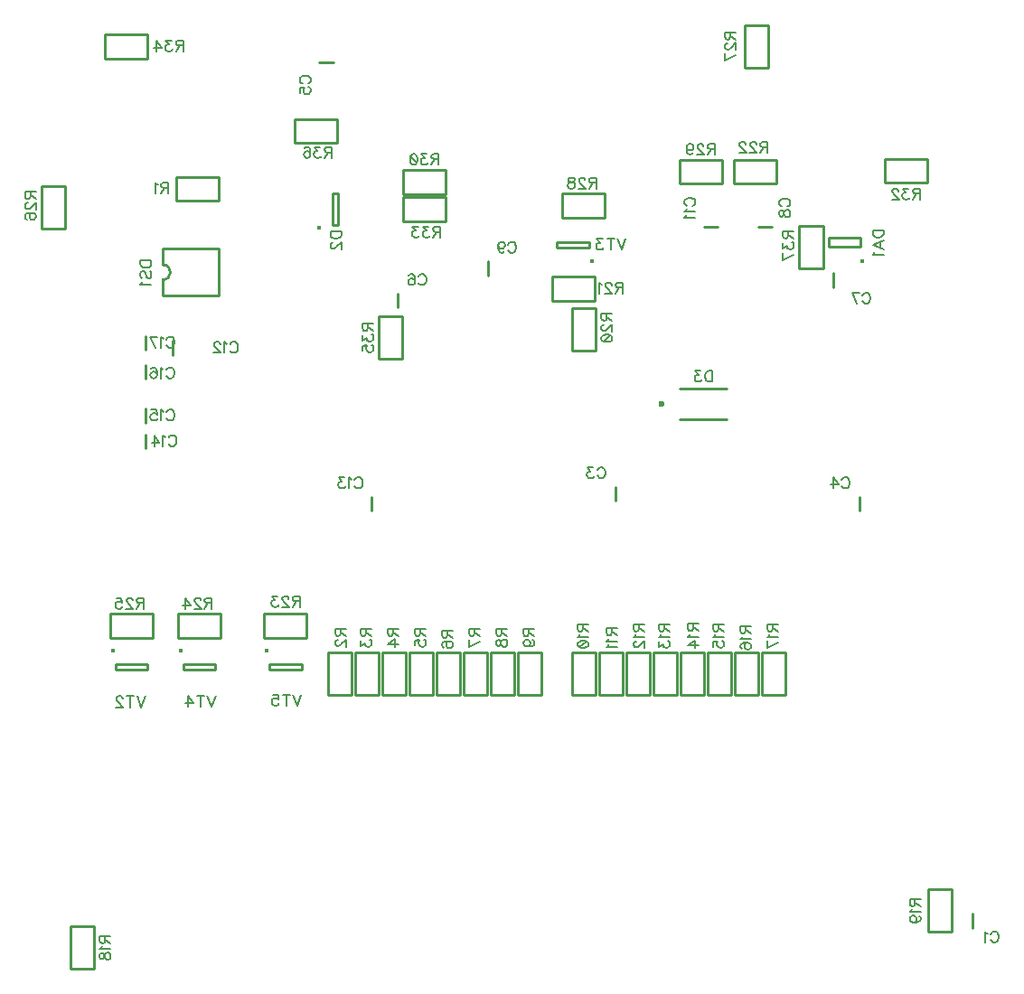
<source format=gbr>
%TF.GenerationSoftware,Novarm,DipTrace,3.3.0.1*%
%TF.CreationDate,2019-03-05T05:51:14+02:00*%
%FSLAX35Y35*%
%MOMM*%
%TF.FileFunction,Legend,Bot*%
%TF.Part,Single*%
%ADD10C,0.25*%
%ADD26O,0.39172X0.39127*%
%ADD28C,0.59992*%
%ADD30O,0.39118X0.39103*%
%ADD45O,0.39127X0.39172*%
%ADD90C,0.15686*%
G75*
G01*
%LPD*%
X11310947Y9987700D2*
D10*
Y9857800D1*
X7964553Y13858300D2*
Y13988200D1*
X10250553Y13763050D2*
Y13892950D1*
X5320950Y17965303D2*
X5191050D1*
X5928823Y15797950D2*
Y15668050D1*
X10008697Y15988450D2*
Y15858550D1*
X9302677Y16421697D2*
X9432577D1*
X6770447Y16099823D2*
Y15969923D1*
X8794173Y16421697D2*
X8924073D1*
X3817447Y15353450D2*
Y15223550D1*
X5678053Y13763050D2*
Y13892950D1*
X3567177Y14350427D2*
Y14480327D1*
Y14588550D2*
Y14718450D1*
Y15001300D2*
Y15131200D1*
Y15271177D2*
Y15401077D1*
D26*
X5186889Y16416644D3*
X5314250Y16440014D2*
D10*
Y16740000D1*
X5364250D1*
Y16440014D1*
X5314250D1*
X8564782Y14619618D2*
X9004699D1*
X8564782Y14909622D2*
X9004699D1*
D28*
X8401239Y14764635D3*
D30*
X10277361Y16103522D3*
X10263994Y16240848D2*
D10*
X9964000D1*
X10263994Y16320834D2*
X9964000D1*
Y16240848D2*
Y16320834D1*
X10263994Y16240848D2*
Y16320834D1*
X3726003Y16217960D2*
X4245997D1*
X3726003Y15778040D2*
X4245997D1*
Y16217960D2*
Y15778040D1*
X3726003Y16217960D2*
Y16068030D1*
Y15927970D2*
Y15778040D1*
Y16068030D2*
G02X3726003Y15927970I-39J-70030D01*
G01*
X3850500Y16669450D2*
X4248000D1*
Y16892050D1*
X3850500D1*
Y16669450D1*
X5271700Y12439500D2*
X5494300D1*
Y12042000D1*
X5271700D1*
Y12439500D1*
X5525700D2*
X5748300D1*
Y12042000D1*
X5525700D1*
Y12439500D1*
X5779700D2*
X6002300D1*
Y12042000D1*
X5779700D1*
Y12439500D1*
X6033700D2*
X6256300D1*
Y12042000D1*
X6033700D1*
Y12439500D1*
X6287700D2*
X6510300D1*
Y12042000D1*
X6287700D1*
Y12439500D1*
X6541700D2*
X6764300D1*
Y12042000D1*
X6541700D1*
Y12439500D1*
X6795700D2*
X7018300D1*
Y12042000D1*
X6795700D1*
Y12439500D1*
X7049700D2*
X7272300D1*
Y12042000D1*
X7049700D1*
Y12439500D1*
X7557700D2*
X7780300D1*
Y12042000D1*
X7557700D1*
Y12439500D1*
X7811700D2*
X8034300D1*
Y12042000D1*
X7811700D1*
Y12439500D1*
X8065700D2*
X8288300D1*
Y12042000D1*
X8065700D1*
Y12439500D1*
X8319700D2*
X8542300D1*
Y12042000D1*
X8319700D1*
Y12439500D1*
X8573700D2*
X8796300D1*
Y12042000D1*
X8573700D1*
Y12439500D1*
X8827700D2*
X9050300D1*
Y12042000D1*
X8827700D1*
Y12439500D1*
X9081700D2*
X9304300D1*
Y12042000D1*
X9081700D1*
Y12439500D1*
X9335700D2*
X9558300D1*
Y12042000D1*
X9335700D1*
Y12439500D1*
X2858700Y9867750D2*
X3081300D1*
Y9470250D1*
X2858700D1*
Y9867750D1*
X10891450Y10217000D2*
X11114050D1*
Y9819500D1*
X10891450D1*
Y10217000D1*
X7780300Y15264127D2*
X7557700D1*
Y15661627D1*
X7780300D1*
Y15264127D1*
X7772500Y15955673D2*
X7375000D1*
Y15733073D1*
X7772500D1*
Y15955673D1*
X9073373Y16828200D2*
X9470873D1*
Y17050800D1*
X9073373D1*
Y16828200D1*
X4676000Y12573700D2*
X5073500D1*
Y12796300D1*
X4676000D1*
Y12573700D1*
X3866373D2*
X4263873D1*
Y12796300D1*
X3866373D1*
Y12573700D1*
X3231377D2*
X3628877D1*
Y12796300D1*
X3231377D1*
Y12573700D1*
X2588827Y16805123D2*
X2811427D1*
Y16407623D1*
X2588827D1*
Y16805123D1*
X9176950Y18313250D2*
X9399550D1*
Y17915750D1*
X9176950D1*
Y18313250D1*
X7470000Y16510700D2*
X7867500D1*
Y16733300D1*
X7470000D1*
Y16510700D1*
X8565377Y16828200D2*
X8962877D1*
Y17050800D1*
X8565377D1*
Y16828200D1*
X5977750Y16732950D2*
X6375250D1*
Y16955550D1*
X5977750D1*
Y16732950D1*
X10488000Y16835700D2*
X10885500D1*
Y17058300D1*
X10488000D1*
Y16835700D1*
X6375750Y16701550D2*
X5978250D1*
Y16478950D1*
X6375750D1*
Y16701550D1*
X3183750Y18002950D2*
X3581250D1*
Y18225550D1*
X3183750D1*
Y18002950D1*
X5747950Y15582750D2*
X5970550D1*
Y15185250D1*
X5747950D1*
Y15582750D1*
X4961750Y17209200D2*
X5359250D1*
Y17431800D1*
X4961750D1*
Y17209200D1*
D45*
X3256770Y12452487D3*
X3280140Y12325127D2*
D10*
X3580127D1*
Y12275126D1*
X3280140D1*
Y12325127D1*
D45*
X7743233Y16104766D3*
X7719863Y16232126D2*
D10*
X7419877D1*
Y16282127D1*
X7719863D1*
Y16232126D1*
D45*
X3895894Y12456111D3*
X3919264Y12328750D2*
D10*
X4219250D1*
Y12278750D1*
X3919264D1*
Y12328750D1*
D45*
X4701394Y12452487D3*
X4724764Y12325127D2*
D10*
X5024750D1*
Y12275126D1*
X4724764D1*
Y12325127D1*
X9909300Y16033627D2*
X9686700D1*
Y16431127D1*
X9909300D1*
Y16033627D1*
X11482401Y9796906D2*
D90*
X11487230Y9806565D1*
X11497001Y9816335D1*
X11506660Y9821165D1*
X11526089D1*
X11535860Y9816335D1*
X11545518Y9806565D1*
X11550460Y9796906D1*
X11555289Y9782306D1*
Y9757935D1*
X11550460Y9743448D1*
X11545518Y9733677D1*
X11535860Y9724018D1*
X11526089Y9719077D1*
X11506660D1*
X11497001Y9724018D1*
X11487230Y9733677D1*
X11482401Y9743448D1*
X11451029Y9801623D2*
X11441258Y9806565D1*
X11426658Y9821052D1*
Y9719077D1*
X7797798Y14146656D2*
X7802628Y14156315D1*
X7812398Y14166085D1*
X7822057Y14170915D1*
X7841486D1*
X7851257Y14166085D1*
X7860915Y14156315D1*
X7865857Y14146656D1*
X7870686Y14132056D1*
Y14107685D1*
X7865857Y14093198D1*
X7860915Y14083427D1*
X7851257Y14073768D1*
X7841486Y14068827D1*
X7822057D1*
X7812398Y14073768D1*
X7802628Y14083427D1*
X7797798Y14093198D1*
X7756655Y14170802D2*
X7703309D1*
X7732397Y14131944D1*
X7717797D1*
X7708138Y14127115D1*
X7703309Y14122285D1*
X7698367Y14107685D1*
Y14098027D1*
X7703309Y14083427D1*
X7712967Y14073656D1*
X7727567Y14068827D1*
X7742167D1*
X7756655Y14073656D1*
X7761484Y14078598D1*
X7766426Y14088256D1*
X10086213Y14051406D2*
X10091042Y14061065D1*
X10100813Y14070835D1*
X10110471Y14075665D1*
X10129901D1*
X10139671Y14070835D1*
X10149330Y14061065D1*
X10154271Y14051406D1*
X10159101Y14036806D1*
Y14012435D1*
X10154271Y13997948D1*
X10149330Y13988177D1*
X10139671Y13978518D1*
X10129901Y13973577D1*
X10110471D1*
X10100813Y13978518D1*
X10091042Y13988177D1*
X10086213Y13997948D1*
X10006211Y13973577D2*
Y14075552D1*
X10054840Y14007606D1*
X9981953D1*
X5032594Y17766799D2*
X5022936Y17771628D1*
X5013165Y17781399D1*
X5008336Y17791057D1*
Y17810486D1*
X5013165Y17820257D1*
X5022936Y17829915D1*
X5032594Y17834857D1*
X5047194Y17839686D1*
X5071565D1*
X5086052Y17834857D1*
X5095823Y17829915D1*
X5105482Y17820257D1*
X5110423Y17810486D1*
Y17791057D1*
X5105482Y17781398D1*
X5095823Y17771628D1*
X5086052Y17766798D1*
X5008448Y17677138D2*
Y17725655D1*
X5052136Y17730484D1*
X5047306Y17725655D1*
X5042365Y17711055D1*
Y17696568D1*
X5047306Y17681968D1*
X5056965Y17672197D1*
X5071565Y17667368D1*
X5081223D1*
X5095823Y17672197D1*
X5105594Y17681968D1*
X5110423Y17696568D1*
Y17711055D1*
X5105594Y17725655D1*
X5100652Y17730484D1*
X5090994Y17735426D1*
X6119651Y15956406D2*
X6124480Y15966065D1*
X6134251Y15975835D1*
X6143909Y15980665D1*
X6163339D1*
X6173109Y15975835D1*
X6182768Y15966065D1*
X6187709Y15956406D1*
X6192539Y15941806D1*
Y15917435D1*
X6187709Y15902948D1*
X6182768Y15893177D1*
X6173109Y15883518D1*
X6163339Y15878577D1*
X6143909D1*
X6134251Y15883518D1*
X6124480Y15893177D1*
X6119651Y15902948D1*
X6029991Y15966065D2*
X6034820Y15975723D1*
X6049420Y15980552D1*
X6059078D1*
X6073678Y15975723D1*
X6083449Y15961123D1*
X6088278Y15936865D1*
Y15912606D1*
X6083449Y15893177D1*
X6073678Y15883406D1*
X6059078Y15878577D1*
X6054249D1*
X6039761Y15883406D1*
X6029991Y15893177D1*
X6025161Y15907777D1*
Y15912606D1*
X6029991Y15927206D1*
X6039761Y15936865D1*
X6054249Y15941694D1*
X6059078D1*
X6073678Y15936865D1*
X6083449Y15927206D1*
X6088278Y15912606D1*
X10281372Y15781783D2*
X10286201Y15791441D1*
X10295972Y15801212D1*
X10305630Y15806041D1*
X10325059D1*
X10334830Y15801212D1*
X10344489Y15791441D1*
X10349430Y15781783D1*
X10354259Y15767183D1*
Y15742812D1*
X10349430Y15728324D1*
X10344489Y15718554D1*
X10334830Y15708895D1*
X10325059Y15703954D1*
X10305630D1*
X10295972Y15708895D1*
X10286201Y15718554D1*
X10281372Y15728324D1*
X10230570Y15703954D2*
X10181941Y15805929D1*
X10249999D1*
X9525221Y16614939D2*
X9515562Y16619768D1*
X9505791Y16629539D1*
X9500962Y16639197D1*
Y16658627D1*
X9505791Y16668397D1*
X9515562Y16678056D1*
X9525221Y16682997D1*
X9539821Y16687827D1*
X9564191D1*
X9578679Y16682997D1*
X9588450Y16678056D1*
X9598108Y16668397D1*
X9603050Y16658627D1*
Y16639197D1*
X9598108Y16629539D1*
X9588450Y16619768D1*
X9578679Y16614939D1*
X9501074Y16559308D2*
X9505904Y16573796D1*
X9515562Y16578737D1*
X9525333D1*
X9534991Y16573796D1*
X9539933Y16564137D1*
X9544762Y16544708D1*
X9549591Y16530108D1*
X9559362Y16520450D1*
X9569021Y16515620D1*
X9583621D1*
X9593279Y16520450D1*
X9598221Y16525279D1*
X9603050Y16539879D1*
Y16559308D1*
X9598221Y16573796D1*
X9593279Y16578737D1*
X9583621Y16583566D1*
X9569021D1*
X9559362Y16578737D1*
X9549591Y16568967D1*
X9544762Y16554479D1*
X9539933Y16535050D1*
X9534991Y16525279D1*
X9525333Y16520450D1*
X9515562D1*
X9505904Y16525279D1*
X9501074Y16539879D1*
Y16559308D1*
X6961330Y16258279D2*
X6966160Y16267938D1*
X6975930Y16277709D1*
X6985589Y16282538D1*
X7005018D1*
X7014789Y16277709D1*
X7024447Y16267938D1*
X7029389Y16258279D1*
X7034218Y16243679D1*
Y16219309D1*
X7029389Y16204821D1*
X7024447Y16195050D1*
X7014789Y16185392D1*
X7005018Y16180450D1*
X6985589D1*
X6975930Y16185392D1*
X6966160Y16195050D1*
X6961330Y16204821D1*
X6866729Y16248509D2*
X6871670Y16233909D1*
X6881329Y16224138D1*
X6895929Y16219309D1*
X6900758D1*
X6915358Y16224138D1*
X6925016Y16233909D1*
X6929958Y16248509D1*
Y16253338D1*
X6925016Y16267938D1*
X6915358Y16277596D1*
X6900758Y16282426D1*
X6895929D1*
X6881329Y16277596D1*
X6871670Y16267938D1*
X6866729Y16248509D1*
Y16224138D1*
X6871670Y16199879D1*
X6881329Y16185279D1*
X6895929Y16180450D1*
X6905587D1*
X6920187Y16185279D1*
X6925016Y16195050D1*
X8635717Y16621023D2*
X8626059Y16625852D1*
X8616288Y16635623D1*
X8611459Y16645281D1*
Y16664711D1*
X8616288Y16674481D1*
X8626059Y16684140D1*
X8635717Y16689081D1*
X8650317Y16693911D1*
X8674688D1*
X8689176Y16689081D1*
X8698947Y16684140D1*
X8708605Y16674481D1*
X8713546Y16664711D1*
Y16645281D1*
X8708605Y16635623D1*
X8698947Y16625852D1*
X8689176Y16621023D1*
X8631000Y16589650D2*
X8626059Y16579880D1*
X8611571Y16565280D1*
X8713547D1*
X8631000Y16533907D2*
X8626059Y16524136D1*
X8611571Y16509537D1*
X8713546D1*
X4356117Y15321406D2*
X4360946Y15331065D1*
X4370717Y15340835D1*
X4380375Y15345665D1*
X4399804D1*
X4409575Y15340835D1*
X4419234Y15331065D1*
X4424175Y15321406D1*
X4429004Y15306806D1*
Y15282435D1*
X4424175Y15267948D1*
X4419234Y15258177D1*
X4409575Y15248518D1*
X4399804Y15243577D1*
X4380375D1*
X4370717Y15248518D1*
X4360946Y15258177D1*
X4356117Y15267948D1*
X4324744Y15326123D2*
X4314973Y15331065D1*
X4300373Y15345552D1*
Y15243577D1*
X4264059Y15321294D2*
Y15326123D1*
X4259230Y15335894D1*
X4254401Y15340723D1*
X4244630Y15345552D1*
X4225201D1*
X4215542Y15340723D1*
X4210713Y15335894D1*
X4205772Y15326123D1*
Y15316465D1*
X4210713Y15306694D1*
X4220372Y15292206D1*
X4269001Y15243577D1*
X4200942D1*
X5523293Y14051406D2*
X5528123Y14061065D1*
X5537893Y14070835D1*
X5547552Y14075665D1*
X5566981D1*
X5576752Y14070835D1*
X5586410Y14061065D1*
X5591352Y14051406D1*
X5596181Y14036806D1*
Y14012435D1*
X5591352Y13997948D1*
X5586410Y13988177D1*
X5576752Y13978518D1*
X5566981Y13973577D1*
X5547552D1*
X5537893Y13978518D1*
X5528123Y13988177D1*
X5523293Y13997948D1*
X5491921Y14056123D2*
X5482150Y14061065D1*
X5467550Y14075552D1*
Y13973577D1*
X5426407Y14075552D2*
X5373061D1*
X5402148Y14036694D1*
X5387548D1*
X5377890Y14031865D1*
X5373061Y14027035D1*
X5368119Y14012435D1*
Y14002777D1*
X5373061Y13988177D1*
X5382719Y13978406D1*
X5397319Y13973577D1*
X5411919D1*
X5426407Y13978406D1*
X5431236Y13983348D1*
X5436177Y13993006D1*
X3779958Y14448283D2*
X3784787Y14457941D1*
X3794558Y14467712D1*
X3804216Y14472541D1*
X3823646D1*
X3833416Y14467712D1*
X3843075Y14457941D1*
X3848016Y14448283D1*
X3852846Y14433683D1*
Y14409312D1*
X3848016Y14394824D1*
X3843075Y14385054D1*
X3833416Y14375395D1*
X3823646Y14370454D1*
X3804216D1*
X3794558Y14375395D1*
X3784787Y14385054D1*
X3779958Y14394824D1*
X3748585Y14453000D2*
X3738815Y14457941D1*
X3724215Y14472429D1*
Y14370454D1*
X3644213D2*
Y14472429D1*
X3692842Y14404483D1*
X3619954D1*
X3761667Y14686406D2*
X3766496Y14696065D1*
X3776267Y14705835D1*
X3785925Y14710665D1*
X3805354D1*
X3815125Y14705835D1*
X3824784Y14696065D1*
X3829725Y14686406D1*
X3834554Y14671806D1*
Y14647435D1*
X3829725Y14632948D1*
X3824784Y14623177D1*
X3815125Y14613518D1*
X3805354Y14608577D1*
X3785925D1*
X3776267Y14613518D1*
X3766496Y14623177D1*
X3761667Y14632948D1*
X3730294Y14691123D2*
X3720523Y14696065D1*
X3705923Y14710552D1*
Y14608577D1*
X3616263Y14710552D2*
X3664780D1*
X3669609Y14666865D1*
X3664780Y14671694D1*
X3650180Y14676635D1*
X3635692D1*
X3621092Y14671694D1*
X3611322Y14662035D1*
X3606492Y14647435D1*
Y14637777D1*
X3611322Y14623177D1*
X3621092Y14613406D1*
X3635692Y14608577D1*
X3650180D1*
X3664780Y14613406D1*
X3669609Y14618348D1*
X3674551Y14628006D1*
X3759196Y15083283D2*
X3764025Y15092941D1*
X3773796Y15102712D1*
X3783454Y15107541D1*
X3802884D1*
X3812654Y15102712D1*
X3822313Y15092941D1*
X3827254Y15083283D1*
X3832084Y15068683D1*
Y15044312D1*
X3827254Y15029824D1*
X3822313Y15020054D1*
X3812654Y15010395D1*
X3802884Y15005454D1*
X3783454D1*
X3773796Y15010395D1*
X3764025Y15020054D1*
X3759196Y15029824D1*
X3727823Y15088000D2*
X3718053Y15092941D1*
X3703453Y15107429D1*
Y15005454D1*
X3613792Y15092941D2*
X3618622Y15102600D1*
X3633222Y15107429D1*
X3642880D1*
X3657480Y15102600D1*
X3667251Y15088000D1*
X3672080Y15063741D1*
Y15039483D1*
X3667251Y15020054D1*
X3657480Y15010283D1*
X3642880Y15005454D1*
X3638051D1*
X3623563Y15010283D1*
X3613792Y15020054D1*
X3608963Y15034654D1*
Y15039483D1*
X3613792Y15054083D1*
X3623563Y15063741D1*
X3638051Y15068571D1*
X3642880D1*
X3657480Y15063741D1*
X3667251Y15054083D1*
X3672080Y15039483D1*
X3761667Y15369033D2*
X3766496Y15378691D1*
X3776267Y15388462D1*
X3785925Y15393291D1*
X3805354D1*
X3815125Y15388462D1*
X3824784Y15378691D1*
X3829725Y15369033D1*
X3834554Y15354433D1*
Y15330062D1*
X3829725Y15315574D1*
X3824784Y15305804D1*
X3815125Y15296145D1*
X3805354Y15291204D1*
X3785925D1*
X3776267Y15296145D1*
X3766496Y15305804D1*
X3761667Y15315574D1*
X3730294Y15373750D2*
X3720523Y15378691D1*
X3705923Y15393179D1*
Y15291204D1*
X3655122D2*
X3606492Y15393179D1*
X3674551D1*
X5295736Y16382412D2*
X5397823Y16382411D1*
Y16348382D1*
X5392882Y16333782D1*
X5383223Y16324011D1*
X5373452Y16319182D1*
X5358965Y16314353D1*
X5334594D1*
X5319994Y16319182D1*
X5310336Y16324012D1*
X5300565Y16333782D1*
X5295736Y16348382D1*
Y16382412D1*
X5320106Y16278039D2*
X5315277D1*
X5305506Y16273210D1*
X5300677Y16268381D1*
X5295848Y16258610D1*
Y16239181D1*
X5300677Y16229522D1*
X5305506Y16224693D1*
X5315277Y16219751D1*
X5324935D1*
X5334706Y16224693D1*
X5349194Y16234351D1*
X5397823Y16282980D1*
Y16214922D1*
X8875235Y15075785D2*
Y14973697D1*
X8841206D1*
X8826606Y14978638D1*
X8816835Y14988297D1*
X8812006Y14998068D1*
X8807176Y15012555D1*
Y15036926D1*
X8812006Y15051526D1*
X8816835Y15061185D1*
X8826606Y15070955D1*
X8841206Y15075785D1*
X8875235D1*
X8766033Y15075672D2*
X8712687D1*
X8741774Y15036814D1*
X8727174D1*
X8717516Y15031985D1*
X8712687Y15027155D1*
X8707745Y15012555D1*
Y15002897D1*
X8712687Y14988297D1*
X8722345Y14978526D1*
X8736945Y14973697D1*
X8751545D1*
X8766033Y14978526D1*
X8770862Y14983468D1*
X8775804Y14993126D1*
X10374919Y16393862D2*
X10477006D1*
Y16359833D1*
X10472065Y16345233D1*
X10462407Y16335462D1*
X10452636Y16330633D1*
X10438148Y16325803D1*
X10413777D1*
X10399177Y16330633D1*
X10389519Y16335462D1*
X10379748Y16345233D1*
X10374919Y16359833D1*
Y16393862D1*
X10477007Y16216602D2*
X10374919Y16255573D1*
X10477006Y16294431D1*
X10442977Y16279831D2*
Y16231202D1*
X10394460Y16185229D2*
X10389519Y16175459D1*
X10375031Y16160859D1*
X10477006D1*
X3516086Y16109616D2*
X3618173D1*
Y16075587D1*
X3613232Y16060987D1*
X3603573Y16051216D1*
X3593802Y16046387D1*
X3579315Y16041558D1*
X3554944D1*
X3540344Y16046387D1*
X3530686Y16051217D1*
X3520915Y16060987D1*
X3516086Y16075587D1*
Y16109616D1*
X3530686Y15942127D2*
X3520915Y15951786D1*
X3516086Y15966386D1*
Y15985815D1*
X3520915Y16000415D1*
X3530686Y16010186D1*
X3540344D1*
X3550115Y16005244D1*
X3554944Y16000415D1*
X3559773Y15990756D1*
X3569544Y15961556D1*
X3574373Y15951786D1*
X3579315Y15946956D1*
X3588973Y15942127D1*
X3603573D1*
X3613232Y15951785D1*
X3618173Y15966385D1*
Y15985815D1*
X3613232Y16000415D1*
X3603573Y16010185D1*
X3535627Y15910755D2*
X3530685Y15900984D1*
X3516198Y15886384D1*
X3618173D1*
X3777774Y16789285D2*
X3734087D1*
X3719487Y16794227D1*
X3714545Y16799056D1*
X3709716Y16808715D1*
Y16818485D1*
X3714545Y16828144D1*
X3719487Y16833085D1*
X3734087Y16837915D1*
X3777774D1*
Y16735827D1*
X3743745Y16789285D2*
X3709716Y16735827D1*
X3678343Y16818373D2*
X3668572Y16823315D1*
X3653972Y16837802D1*
Y16735827D1*
X5390341Y12657868D2*
Y12614180D1*
X5385400Y12599581D1*
X5380571Y12594639D1*
X5370912Y12589810D1*
X5361141D1*
X5351483Y12594639D1*
X5346541Y12599581D1*
X5341712Y12614181D1*
Y12657868D1*
X5443800D1*
X5390341Y12623839D2*
X5443800Y12589810D1*
X5366083Y12553496D2*
X5361254D1*
X5351483Y12548667D1*
X5346654Y12543837D1*
X5341824Y12534067D1*
Y12514637D1*
X5346654Y12504979D1*
X5351483Y12500150D1*
X5361254Y12495208D1*
X5370912D1*
X5380683Y12500150D1*
X5395171Y12509808D1*
X5443800Y12558437D1*
Y12490379D1*
X5628465Y12657868D2*
Y12614180D1*
X5623523Y12599581D1*
X5618694Y12594639D1*
X5609036Y12589810D1*
X5599265D1*
X5589606Y12594639D1*
X5584665Y12599581D1*
X5579836Y12614181D1*
Y12657868D1*
X5681923D1*
X5628465Y12623839D2*
X5681923Y12589810D1*
X5579948Y12548667D2*
Y12495320D1*
X5618806Y12524408D1*
Y12509808D1*
X5623635Y12500150D1*
X5628465Y12495320D1*
X5643065Y12490379D1*
X5652723D1*
X5667323Y12495320D1*
X5677094Y12504979D1*
X5681923Y12519579D1*
Y12534179D1*
X5677094Y12548666D1*
X5672152Y12553496D1*
X5662494Y12558437D1*
X5882465Y12660283D2*
Y12616595D1*
X5877523Y12601995D1*
X5872694Y12597054D1*
X5863036Y12592224D1*
X5853265D1*
X5843606Y12597054D1*
X5838665Y12601995D1*
X5833836Y12616595D1*
Y12660283D1*
X5935923D1*
X5882465Y12626254D2*
X5935923Y12592224D1*
Y12512223D2*
X5833948D1*
X5901894Y12560852D1*
Y12487964D1*
X6136465Y12657868D2*
Y12614180D1*
X6131523Y12599581D1*
X6126694Y12594639D1*
X6117036Y12589810D1*
X6107265D1*
X6097606Y12594639D1*
X6092665Y12599581D1*
X6087836Y12614181D1*
Y12657868D1*
X6189923D1*
X6136465Y12623839D2*
X6189923Y12589810D1*
X6087948Y12500150D2*
Y12548667D1*
X6131636Y12553496D1*
X6126806Y12548667D1*
X6121865Y12534067D1*
Y12519579D1*
X6126806Y12504979D1*
X6136465Y12495208D1*
X6151065Y12490379D1*
X6160723D1*
X6175323Y12495208D1*
X6185094Y12504979D1*
X6189923Y12519579D1*
Y12534066D1*
X6185094Y12548666D1*
X6180152Y12553496D1*
X6170494Y12558437D1*
X6390465Y12639524D2*
Y12595836D1*
X6385523Y12581236D1*
X6380694Y12576295D1*
X6371036Y12571466D1*
X6361265D1*
X6351606Y12576295D1*
X6346665Y12581236D1*
X6341836Y12595836D1*
Y12639524D1*
X6443923D1*
X6390465Y12605495D2*
X6443923Y12571466D1*
X6356435Y12481806D2*
X6346777Y12486635D1*
X6341948Y12501235D1*
Y12510893D1*
X6346777Y12525493D1*
X6361377Y12535264D1*
X6385636Y12540093D1*
X6409894D1*
X6429323Y12535264D1*
X6439094Y12525493D1*
X6443923Y12510893D1*
Y12506064D1*
X6439094Y12491576D1*
X6429323Y12481806D1*
X6414723Y12476976D1*
X6409894D1*
X6395294Y12481806D1*
X6385635Y12491576D1*
X6380806Y12506064D1*
Y12510893D1*
X6385636Y12525493D1*
X6395294Y12535264D1*
X6409894Y12540093D1*
X6644465Y12657868D2*
Y12614180D1*
X6639523Y12599581D1*
X6634694Y12594639D1*
X6625036Y12589810D1*
X6615265D1*
X6605606Y12594639D1*
X6600665Y12599581D1*
X6595836Y12614181D1*
Y12657868D1*
X6697923D1*
X6644465Y12623839D2*
X6697923Y12589810D1*
Y12539008D2*
X6595948Y12490379D1*
Y12558437D1*
X6898465Y12657812D2*
Y12614124D1*
X6893523Y12599524D1*
X6888694Y12594583D1*
X6879036Y12589754D1*
X6869265D1*
X6859606Y12594583D1*
X6854665Y12599524D1*
X6849836Y12614124D1*
Y12657812D1*
X6951923D1*
X6898465Y12623783D2*
X6951923Y12589753D1*
X6849948Y12534123D2*
X6854777Y12548610D1*
X6864436Y12553552D1*
X6874206D1*
X6883865Y12548610D1*
X6888806Y12538952D1*
X6893635Y12519523D1*
X6898465Y12504923D1*
X6908235Y12495264D1*
X6917894Y12490435D1*
X6932494D1*
X6942152Y12495264D1*
X6947094Y12500094D1*
X6951923Y12514693D1*
Y12534123D1*
X6947094Y12548610D1*
X6942152Y12553552D1*
X6932494Y12558381D1*
X6917894D1*
X6908236Y12553552D1*
X6898465Y12543781D1*
X6893635Y12529294D1*
X6888806Y12509864D1*
X6883865Y12500094D1*
X6874206Y12495264D1*
X6864435D1*
X6854777Y12500094D1*
X6849948Y12514694D1*
Y12534123D1*
X7152465Y12655454D2*
Y12611766D1*
X7147523Y12597166D1*
X7142694Y12592224D1*
X7133036Y12587395D1*
X7123265D1*
X7113606Y12592224D1*
X7108665Y12597166D1*
X7103836Y12611766D1*
Y12655454D1*
X7205923Y12655453D1*
X7152465Y12621424D2*
X7205923Y12587395D1*
X7137865Y12492794D2*
X7152465Y12497735D1*
X7162235Y12507394D1*
X7167065Y12521994D1*
Y12526823D1*
X7162236Y12541423D1*
X7152465Y12551081D1*
X7137865Y12556023D1*
X7133036D1*
X7118436Y12551081D1*
X7108777Y12541423D1*
X7103948Y12526823D1*
Y12521994D1*
X7108777Y12507394D1*
X7118435Y12497735D1*
X7137865Y12492794D1*
X7162235D1*
X7186494Y12497735D1*
X7201094Y12507394D1*
X7205923Y12521993D1*
Y12531652D1*
X7201094Y12546252D1*
X7191323Y12551081D1*
X7660465Y12701616D2*
Y12657929D1*
X7655523Y12643329D1*
X7650694Y12638387D1*
X7641036Y12633558D1*
X7631265D1*
X7621606Y12638387D1*
X7616665Y12643329D1*
X7611836Y12657929D1*
Y12701616D1*
X7713923D1*
X7660465Y12667587D2*
X7713923Y12633558D1*
X7631377Y12602186D2*
X7626436Y12592415D1*
X7611948Y12577815D1*
X7713923D1*
X7611948Y12517242D2*
X7616777Y12531842D1*
X7631377Y12541613D1*
X7655636Y12546442D1*
X7670236D1*
X7694494Y12541613D1*
X7709094Y12531842D1*
X7713923Y12517242D1*
Y12507584D1*
X7709094Y12492984D1*
X7694494Y12483325D1*
X7670235Y12478384D1*
X7655635D1*
X7631377Y12483325D1*
X7616777Y12492984D1*
X7611948Y12507584D1*
Y12517242D1*
X7631377Y12483325D2*
X7694494Y12541613D1*
X7930338Y12663896D2*
Y12620208D1*
X7925397Y12605608D1*
X7920567Y12600667D1*
X7910909Y12595838D1*
X7901138D1*
X7891480Y12600667D1*
X7886538Y12605608D1*
X7881709Y12620208D1*
Y12663896D1*
X7983796D1*
X7930338Y12629867D2*
X7983797Y12595837D1*
X7901250Y12564465D2*
X7896309Y12554694D1*
X7881821Y12540094D1*
X7983797D1*
X7901250Y12508722D2*
X7896309Y12498951D1*
X7881821Y12484351D1*
X7983796D1*
X8184338Y12701616D2*
Y12657929D1*
X8179397Y12643329D1*
X8174567Y12638387D1*
X8164909Y12633558D1*
X8155138D1*
X8145480Y12638387D1*
X8140538Y12643329D1*
X8135709Y12657929D1*
Y12701616D1*
X8237796D1*
X8184338Y12667587D2*
X8237796Y12633558D1*
X8155250Y12602186D2*
X8150309Y12592415D1*
X8135821Y12577815D1*
X8237797D1*
X8160080Y12541501D2*
X8155250D1*
X8145480Y12536672D1*
X8140650Y12531842D1*
X8135821Y12522072D1*
Y12502642D1*
X8140650Y12492984D1*
X8145480Y12488155D1*
X8155250Y12483213D1*
X8164909D1*
X8174680Y12488155D1*
X8189167Y12497813D1*
X8237797Y12546442D1*
X8237796Y12478384D1*
X8422465Y12701616D2*
Y12657929D1*
X8417523Y12643329D1*
X8412694Y12638387D1*
X8403036Y12633558D1*
X8393265D1*
X8383606Y12638387D1*
X8378665Y12643329D1*
X8373836Y12657929D1*
Y12701616D1*
X8475923D1*
X8422465Y12667587D2*
X8475923Y12633558D1*
X8393377Y12602186D2*
X8388436Y12592415D1*
X8373948Y12577815D1*
X8475923D1*
X8373948Y12536672D2*
Y12483325D1*
X8412806Y12512413D1*
Y12497813D1*
X8417635Y12488155D1*
X8422465Y12483325D1*
X8437065Y12478384D1*
X8446723D1*
X8461323Y12483325D1*
X8471094Y12492984D1*
X8475923Y12507584D1*
Y12522184D1*
X8471094Y12536671D1*
X8466152Y12541501D1*
X8456494Y12546442D1*
X8692338Y12704031D2*
Y12660343D1*
X8687397Y12645743D1*
X8682567Y12640802D1*
X8672909Y12635973D1*
X8663138D1*
X8653480Y12640802D1*
X8648538Y12645743D1*
X8643709Y12660343D1*
Y12704031D1*
X8745796D1*
X8692338Y12670002D2*
X8745796Y12635973D1*
X8663250Y12604600D2*
X8658309Y12594829D1*
X8643821Y12580229D1*
X8745797D1*
Y12500228D2*
X8643821D1*
X8711767Y12548857D1*
Y12475969D1*
X8930465Y12701616D2*
Y12657929D1*
X8925523Y12643329D1*
X8920694Y12638387D1*
X8911036Y12633558D1*
X8901265D1*
X8891606Y12638387D1*
X8886665Y12643329D1*
X8881836Y12657929D1*
Y12701616D1*
X8983923D1*
X8930465Y12667587D2*
X8983923Y12633558D1*
X8901377Y12602186D2*
X8896436Y12592415D1*
X8881948Y12577815D1*
X8983923D1*
X8881948Y12488155D2*
Y12536672D1*
X8925636Y12541501D1*
X8920806Y12536672D1*
X8915865Y12522072D1*
Y12507584D1*
X8920806Y12492984D1*
X8930465Y12483213D1*
X8945065Y12478384D1*
X8954723D1*
X8969323Y12483213D1*
X8979094Y12492984D1*
X8983923Y12507584D1*
Y12522071D1*
X8979094Y12536671D1*
X8974152Y12541501D1*
X8964494Y12546442D1*
X9184465Y12683269D2*
Y12639581D1*
X9179523Y12624981D1*
X9174694Y12620040D1*
X9165036Y12615211D1*
X9155265D1*
X9145606Y12620040D1*
X9140665Y12624981D1*
X9135836Y12639581D1*
Y12683269D1*
X9237923D1*
X9184465Y12649240D2*
X9237923Y12615211D1*
X9155377Y12583838D2*
X9150436Y12574067D1*
X9135948Y12559467D1*
X9237923D1*
X9150435Y12469807D2*
X9140777Y12474637D1*
X9135948Y12489236D1*
Y12498895D1*
X9140777Y12513495D1*
X9155377Y12523266D1*
X9179636Y12528095D1*
X9203894D1*
X9223323Y12523266D1*
X9233094Y12513495D1*
X9237923Y12498895D1*
Y12494066D1*
X9233094Y12479578D1*
X9223323Y12469807D1*
X9208723Y12464978D1*
X9203894D1*
X9189294Y12469807D1*
X9179635Y12479578D1*
X9174806Y12494066D1*
Y12498895D1*
X9179636Y12513495D1*
X9189294Y12523266D1*
X9203894Y12528095D1*
X9438465Y12701616D2*
Y12657929D1*
X9433523Y12643329D1*
X9428694Y12638387D1*
X9419036Y12633558D1*
X9409265D1*
X9399606Y12638387D1*
X9394665Y12643329D1*
X9389836Y12657929D1*
Y12701616D1*
X9491923D1*
X9438465Y12667587D2*
X9491923Y12633558D1*
X9409377Y12602186D2*
X9404436Y12592415D1*
X9389948Y12577815D1*
X9491923D1*
Y12527013D2*
X9389948Y12478384D1*
Y12546442D1*
X3183715Y9780560D2*
Y9736873D1*
X3178773Y9722273D1*
X3173944Y9717331D1*
X3164286Y9712502D1*
X3154515D1*
X3144856Y9717331D1*
X3139915Y9722273D1*
X3135086Y9736873D1*
Y9780560D1*
X3237173D1*
X3183715Y9746531D2*
X3237173Y9712502D1*
X3154627Y9681129D2*
X3149686Y9671359D1*
X3135198Y9656759D1*
X3237173D1*
X3135198Y9601128D2*
X3140027Y9615615D1*
X3149686Y9620557D1*
X3159456D1*
X3169115Y9615615D1*
X3174056Y9605957D1*
X3178885Y9586528D1*
X3183715Y9571928D1*
X3193485Y9562269D1*
X3203144Y9557440D1*
X3217744D1*
X3227402Y9562269D1*
X3232344Y9567099D1*
X3237173Y9581698D1*
Y9601128D1*
X3232344Y9615615D1*
X3227402Y9620557D1*
X3217744Y9625386D1*
X3203144D1*
X3193486Y9620557D1*
X3183715Y9610786D1*
X3178885Y9596299D1*
X3174056Y9576869D1*
X3169115Y9567099D1*
X3159456Y9562269D1*
X3149685D1*
X3140027Y9567099D1*
X3135198Y9581699D1*
Y9601128D1*
X10771965Y10127452D2*
Y10083764D1*
X10767023Y10069164D1*
X10762194Y10064223D1*
X10752536Y10059393D1*
X10742765D1*
X10733106Y10064223D1*
X10728165Y10069164D1*
X10723336Y10083764D1*
Y10127452D1*
X10825423D1*
X10771965Y10093423D2*
X10825423Y10059393D1*
X10742877Y10028021D2*
X10737936Y10018250D1*
X10723448Y10003650D1*
X10825423D1*
X10757365Y9909049D2*
X10771965Y9913990D1*
X10781735Y9923649D1*
X10786565Y9938249D1*
Y9943078D1*
X10781736Y9957678D1*
X10771965Y9967336D1*
X10757365Y9972278D1*
X10752536D1*
X10737936Y9967336D1*
X10728277Y9957678D1*
X10723448Y9943078D1*
Y9938249D1*
X10728277Y9923649D1*
X10737935Y9913990D1*
X10757365Y9909049D1*
X10781735D1*
X10805994Y9913990D1*
X10820594Y9923649D1*
X10825423Y9938248D1*
Y9947907D1*
X10820594Y9962507D1*
X10810823Y9967336D1*
X7882715Y15612214D2*
Y15568526D1*
X7877773Y15553926D1*
X7872944Y15548984D1*
X7863286Y15544155D1*
X7853515D1*
X7843856Y15548984D1*
X7838915Y15553926D1*
X7834086Y15568526D1*
Y15612214D1*
X7936173D1*
X7882715Y15578184D2*
X7936173Y15544155D1*
X7858456Y15507841D2*
X7853627D1*
X7843856Y15503012D1*
X7839027Y15498183D1*
X7834198Y15488412D1*
Y15468983D1*
X7839027Y15459324D1*
X7843856Y15454495D1*
X7853627Y15449554D1*
X7863286D1*
X7873056Y15454495D1*
X7887544Y15464153D1*
X7936173Y15512783D1*
Y15444724D1*
X7834198Y15384152D2*
X7839027Y15398752D1*
X7853627Y15408523D1*
X7877886Y15413352D1*
X7892486D1*
X7916744Y15408522D1*
X7931344Y15398752D1*
X7936173Y15384152D1*
Y15374493D1*
X7931344Y15359893D1*
X7916744Y15350235D1*
X7892485Y15345293D1*
X7877885D1*
X7853627Y15350235D1*
X7839027Y15359893D1*
X7834198Y15374493D1*
Y15384152D1*
X7853627Y15350235D2*
X7916744Y15408522D1*
X8034616Y15852909D2*
X7990929D1*
X7976329Y15857850D1*
X7971387Y15862679D1*
X7966558Y15872338D1*
Y15882109D1*
X7971387Y15891767D1*
X7976329Y15896709D1*
X7990929Y15901538D1*
X8034616D1*
Y15799450D1*
X8000587Y15852909D2*
X7966558Y15799450D1*
X7930244Y15877167D2*
Y15881996D1*
X7925415Y15891767D1*
X7920585Y15896596D1*
X7910815Y15901426D1*
X7891385D1*
X7881727Y15896596D1*
X7876898Y15891767D1*
X7871956Y15881996D1*
Y15872338D1*
X7876898Y15862567D1*
X7886556Y15848079D1*
X7935185Y15799450D1*
X7867127D1*
X7835754Y15881996D2*
X7825984Y15886938D1*
X7811384Y15901426D1*
Y15799450D1*
X9389707Y17170285D2*
X9346019D1*
X9331419Y17175227D1*
X9326478Y17180056D1*
X9321648Y17189715D1*
Y17199485D1*
X9326478Y17209144D1*
X9331419Y17214085D1*
X9346019Y17218915D1*
X9389707D1*
Y17116827D1*
X9355678Y17170285D2*
X9321648Y17116827D1*
X9285334Y17194544D2*
Y17199373D1*
X9280505Y17209144D1*
X9275676Y17213973D1*
X9265905Y17218802D1*
X9246476D1*
X9236817Y17213973D1*
X9231988Y17209144D1*
X9227047Y17199373D1*
Y17189715D1*
X9231988Y17179944D1*
X9241647Y17165456D1*
X9290276Y17116827D1*
X9222217D1*
X9185903Y17194544D2*
Y17199373D1*
X9181074Y17209144D1*
X9176245Y17213973D1*
X9166474Y17218802D1*
X9147045D1*
X9137386Y17213973D1*
X9132557Y17209144D1*
X9127616Y17199373D1*
Y17189715D1*
X9132557Y17179944D1*
X9142216Y17165456D1*
X9190845Y17116827D1*
X9122786D1*
X5008210Y12915785D2*
X4964523D1*
X4949923Y12920727D1*
X4944981Y12925556D1*
X4940152Y12935215D1*
Y12944985D1*
X4944981Y12954644D1*
X4949923Y12959585D1*
X4964523Y12964415D1*
X5008210D1*
Y12862327D1*
X4974181Y12915785D2*
X4940152Y12862327D1*
X4903838Y12940044D2*
Y12944873D1*
X4899008Y12954644D1*
X4894179Y12959473D1*
X4884408Y12964302D1*
X4864979D1*
X4855321Y12959473D1*
X4850492Y12954644D1*
X4845550Y12944873D1*
Y12935215D1*
X4850492Y12925444D1*
X4860150Y12910956D1*
X4908779Y12862327D1*
X4840721D1*
X4799577Y12964302D2*
X4746231D1*
X4775319Y12925444D1*
X4760719D1*
X4751061Y12920615D1*
X4746231Y12915785D1*
X4741290Y12901185D1*
Y12891527D1*
X4746231Y12876927D1*
X4755890Y12867156D1*
X4770490Y12862327D1*
X4785090D1*
X4799577Y12867156D1*
X4804407Y12872098D1*
X4809348Y12881756D1*
X4185122Y12899909D2*
X4141434D1*
X4126834Y12904850D1*
X4121892Y12909679D1*
X4117063Y12919338D1*
Y12929109D1*
X4121892Y12938767D1*
X4126834Y12943709D1*
X4141434Y12948538D1*
X4185122D1*
Y12846450D1*
X4151092Y12899909D2*
X4117063Y12846450D1*
X4080749Y12924167D2*
Y12928996D1*
X4075920Y12938767D1*
X4071091Y12943596D1*
X4061320Y12948426D1*
X4041891D1*
X4032232Y12943596D1*
X4027403Y12938767D1*
X4022461Y12928996D1*
Y12919338D1*
X4027403Y12909567D1*
X4037061Y12895079D1*
X4085691Y12846450D1*
X4017632D1*
X3937630D2*
Y12948426D1*
X3986260Y12880479D1*
X3913372D1*
X3547714Y12899909D2*
X3504026D1*
X3489426Y12904850D1*
X3484484Y12909679D1*
X3479655Y12919338D1*
Y12929109D1*
X3484484Y12938767D1*
X3489426Y12943709D1*
X3504026Y12948538D1*
X3547714D1*
Y12846450D1*
X3513684Y12899909D2*
X3479655Y12846450D1*
X3443341Y12924167D2*
Y12928996D1*
X3438512Y12938767D1*
X3433683Y12943596D1*
X3423912Y12948426D1*
X3404483D1*
X3394824Y12943596D1*
X3389995Y12938767D1*
X3385053Y12928996D1*
Y12919338D1*
X3389995Y12909567D1*
X3399653Y12895079D1*
X3448283Y12846450D1*
X3380224D1*
X3290564Y12948426D2*
X3339081D1*
X3343910Y12904738D1*
X3339081Y12909567D1*
X3324481Y12914509D1*
X3309993D1*
X3295393Y12909567D1*
X3285622Y12899909D1*
X3280793Y12885309D1*
Y12875650D1*
X3285622Y12861050D1*
X3295393Y12851279D1*
X3309993Y12846450D1*
X3324481D1*
X3339081Y12851279D1*
X3343910Y12856221D1*
X3348852Y12865879D1*
X2485218Y16753236D2*
Y16709548D1*
X2480277Y16694949D1*
X2475447Y16690007D1*
X2465789Y16685178D1*
X2456018D1*
X2446360Y16690007D1*
X2441418Y16694949D1*
X2436589Y16709549D1*
Y16753236D1*
X2538676D1*
X2485218Y16719207D2*
X2538676Y16685178D1*
X2460960Y16648864D2*
X2456130D1*
X2446360Y16644035D1*
X2441530Y16639205D1*
X2436701Y16629435D1*
Y16610005D1*
X2441530Y16600347D1*
X2446360Y16595518D1*
X2456130Y16590576D1*
X2465789D1*
X2475560Y16595518D1*
X2490047Y16605176D1*
X2538676Y16653805D1*
X2538677Y16585747D1*
X2451189Y16496087D2*
X2441530Y16500916D1*
X2436701Y16515516D1*
Y16525174D1*
X2441530Y16539774D1*
X2456130Y16549545D1*
X2480389Y16554374D1*
X2504647D1*
X2524077Y16549545D1*
X2533847Y16539774D1*
X2538677Y16525174D1*
Y16520345D1*
X2533847Y16505857D1*
X2524076Y16496087D1*
X2509476Y16491258D1*
X2504647D1*
X2490047Y16496087D1*
X2480389Y16505858D1*
X2475560Y16520345D1*
Y16525174D1*
X2480389Y16539774D1*
X2490047Y16549545D1*
X2504647Y16554374D1*
X9041588Y18247960D2*
Y18204273D1*
X9036647Y18189673D1*
X9031817Y18184731D1*
X9022159Y18179902D1*
X9012388D1*
X9002730Y18184731D1*
X8997788Y18189673D1*
X8992959Y18204273D1*
Y18247960D1*
X9095046D1*
X9041588Y18213931D2*
X9095046Y18179902D1*
X9017330Y18143588D2*
X9012500D1*
X9002730Y18138759D1*
X8997900Y18133929D1*
X8993071Y18124159D1*
Y18104729D1*
X8997900Y18095071D1*
X9002730Y18090242D1*
X9012500Y18085300D1*
X9022159D1*
X9031930Y18090242D1*
X9046417Y18099900D1*
X9095046Y18148529D1*
X9095047Y18080471D1*
Y18029669D2*
X8993071Y17981040D1*
Y18049098D1*
X7786277Y16836912D2*
X7742590D1*
X7727990Y16841854D1*
X7723048Y16846683D1*
X7718219Y16856341D1*
Y16866112D1*
X7723048Y16875771D1*
X7727990Y16880712D1*
X7742590Y16885541D1*
X7786277D1*
Y16783454D1*
X7752248Y16836912D2*
X7718219Y16783454D1*
X7681905Y16861171D2*
Y16866000D1*
X7677076Y16875771D1*
X7672246Y16880600D1*
X7662476Y16885429D1*
X7643046D1*
X7633388Y16880600D1*
X7628559Y16875771D1*
X7623617Y16866000D1*
Y16856341D1*
X7628559Y16846571D1*
X7638217Y16832083D1*
X7686846Y16783454D1*
X7618788D1*
X7563157Y16885429D2*
X7577645Y16880600D1*
X7582586Y16870941D1*
Y16861171D1*
X7577645Y16851512D1*
X7567986Y16846571D1*
X7548557Y16841741D1*
X7533957Y16836912D1*
X7524298Y16827141D1*
X7519469Y16817483D1*
Y16802883D1*
X7524298Y16793224D1*
X7529128Y16788283D1*
X7543728Y16783454D1*
X7563157D1*
X7577645Y16788283D1*
X7582586Y16793224D1*
X7587415Y16802883D1*
Y16817483D1*
X7582586Y16827141D1*
X7572815Y16836912D1*
X7558328Y16841741D1*
X7538898Y16846571D1*
X7529128Y16851512D1*
X7524298Y16861171D1*
Y16870941D1*
X7529128Y16880600D1*
X7543728Y16885429D1*
X7563157D1*
X8895172Y17154412D2*
X8851485D1*
X8836885Y17159354D1*
X8831943Y17164183D1*
X8827114Y17173841D1*
Y17183612D1*
X8831943Y17193271D1*
X8836885Y17198212D1*
X8851485Y17203041D1*
X8895172D1*
Y17100954D1*
X8861143Y17154412D2*
X8827114Y17100954D1*
X8790800Y17178671D2*
Y17183500D1*
X8785971Y17193271D1*
X8781141Y17198100D1*
X8771371Y17202929D1*
X8751941D1*
X8742283Y17198100D1*
X8737454Y17193271D1*
X8732512Y17183500D1*
Y17173841D1*
X8737454Y17164071D1*
X8747112Y17149583D1*
X8795741Y17100954D1*
X8727683D1*
X8633081Y17169012D2*
X8638023Y17154412D1*
X8647681Y17144641D1*
X8662281Y17139812D1*
X8667110D1*
X8681710Y17144641D1*
X8691369Y17154412D1*
X8696310Y17169012D1*
Y17173841D1*
X8691369Y17188441D1*
X8681710Y17198100D1*
X8667110Y17202929D1*
X8662281D1*
X8647681Y17198100D1*
X8638023Y17188441D1*
X8633081Y17169012D1*
Y17144641D1*
X8638023Y17120383D1*
X8647681Y17105783D1*
X8662281Y17100954D1*
X8671940D1*
X8686540Y17105783D1*
X8691369Y17115554D1*
X6309960Y17059159D2*
X6266273D1*
X6251673Y17064100D1*
X6246731Y17068929D1*
X6241902Y17078588D1*
Y17088359D1*
X6246731Y17098017D1*
X6251673Y17102959D1*
X6266273Y17107788D1*
X6309960D1*
Y17005700D1*
X6275931Y17059159D2*
X6241902Y17005700D1*
X6200758Y17107676D2*
X6147412D1*
X6176500Y17068817D1*
X6161900D1*
X6152242Y17063988D1*
X6147412Y17059159D1*
X6142471Y17044559D1*
Y17034900D1*
X6147412Y17020300D1*
X6157071Y17010529D1*
X6171671Y17005700D1*
X6186271D1*
X6200758Y17010529D1*
X6205588Y17015471D1*
X6210529Y17025129D1*
X6081898Y17107676D2*
X6096498Y17102846D1*
X6106269Y17088246D1*
X6111098Y17063988D1*
Y17049388D1*
X6106269Y17025129D1*
X6096498Y17010529D1*
X6081898Y17005700D1*
X6072240D1*
X6057640Y17010529D1*
X6047981Y17025129D1*
X6043040Y17049388D1*
Y17063988D1*
X6047981Y17088246D1*
X6057640Y17102846D1*
X6072240Y17107676D1*
X6081898D1*
X6047981Y17088246D2*
X6106269Y17025129D1*
X10820210Y16733285D2*
X10776523D1*
X10761923Y16738227D1*
X10756981Y16743056D1*
X10752152Y16752715D1*
Y16762485D1*
X10756981Y16772144D1*
X10761923Y16777085D1*
X10776523Y16781915D1*
X10820210D1*
Y16679827D1*
X10786181Y16733285D2*
X10752152Y16679827D1*
X10711008Y16781802D2*
X10657662D1*
X10686750Y16742944D1*
X10672150D1*
X10662492Y16738115D1*
X10657662Y16733285D1*
X10652721Y16718685D1*
Y16709027D1*
X10657662Y16694427D1*
X10667321Y16684656D1*
X10681921Y16679827D1*
X10696521D1*
X10711008Y16684656D1*
X10715838Y16689598D1*
X10720779Y16699256D1*
X10616407Y16757544D2*
Y16762373D1*
X10611577Y16772144D1*
X10606748Y16776973D1*
X10596977Y16781802D1*
X10577548D1*
X10567890Y16776973D1*
X10563061Y16772144D1*
X10558119Y16762373D1*
Y16752715D1*
X10563061Y16742944D1*
X10572719Y16728456D1*
X10621348Y16679827D1*
X10553290D1*
X6326337Y16376535D2*
X6282649D1*
X6268049Y16381477D1*
X6263108Y16386306D1*
X6258278Y16395965D1*
Y16405735D1*
X6263108Y16415394D1*
X6268049Y16420335D1*
X6282649Y16425165D1*
X6326337D1*
Y16323077D1*
X6292308Y16376535D2*
X6258278Y16323077D1*
X6217135Y16425052D2*
X6163789D1*
X6192877Y16386194D1*
X6178277D1*
X6168618Y16381365D1*
X6163789Y16376535D1*
X6158847Y16361935D1*
Y16352277D1*
X6163789Y16337677D1*
X6173447Y16327906D1*
X6188047Y16323077D1*
X6202647D1*
X6217135Y16327906D1*
X6221964Y16332848D1*
X6226906Y16342506D1*
X6117704Y16425052D2*
X6064358D1*
X6093446Y16386194D1*
X6078846D1*
X6069187Y16381365D1*
X6064358Y16376535D1*
X6059416Y16361935D1*
Y16352277D1*
X6064358Y16337677D1*
X6074016Y16327906D1*
X6088616Y16323077D1*
X6103216D1*
X6117704Y16327906D1*
X6122533Y16332848D1*
X6127475Y16342506D1*
X3915248Y18122785D2*
X3871560D1*
X3856960Y18127727D1*
X3852019Y18132556D1*
X3847190Y18142215D1*
Y18151985D1*
X3852019Y18161644D1*
X3856960Y18166585D1*
X3871560Y18171415D1*
X3915248D1*
Y18069327D1*
X3881219Y18122785D2*
X3847190Y18069327D1*
X3806046Y18171302D2*
X3752700D1*
X3781788Y18132444D1*
X3767188D1*
X3757529Y18127615D1*
X3752700Y18122785D1*
X3747759Y18108185D1*
Y18098527D1*
X3752700Y18083927D1*
X3762359Y18074156D1*
X3776959Y18069327D1*
X3791559D1*
X3806046Y18074156D1*
X3810876Y18079098D1*
X3815817Y18088756D1*
X3667757Y18069327D2*
Y18171302D1*
X3716386Y18103356D1*
X3643498D1*
X5644341Y15517460D2*
Y15473773D1*
X5639400Y15459173D1*
X5634571Y15454231D1*
X5624912Y15449402D1*
X5615141D1*
X5605483Y15454231D1*
X5600541Y15459173D1*
X5595712Y15473773D1*
Y15517460D1*
X5697800D1*
X5644341Y15483431D2*
X5697800Y15449402D1*
X5595825Y15408259D2*
Y15354913D1*
X5634683Y15384000D1*
Y15369400D1*
X5639512Y15359742D1*
X5644341Y15354912D1*
X5658941Y15349971D1*
X5668600D1*
X5683200Y15354912D1*
X5692971Y15364571D1*
X5697800Y15379171D1*
Y15393771D1*
X5692971Y15408258D1*
X5688029Y15413088D1*
X5678371Y15418029D1*
X5595824Y15260311D2*
Y15308828D1*
X5639512Y15313657D1*
X5634683Y15308828D1*
X5629741Y15294228D1*
Y15279740D1*
X5634683Y15265140D1*
X5644341Y15255369D1*
X5658941Y15250540D1*
X5668600D1*
X5683200Y15255369D1*
X5692971Y15265140D1*
X5697800Y15279740D1*
Y15294228D1*
X5692971Y15308828D1*
X5688029Y15313657D1*
X5678371Y15318598D1*
X5307363Y17122662D2*
X5263675D1*
X5249075Y17127604D1*
X5244134Y17132433D1*
X5239304Y17142091D1*
Y17151862D1*
X5244134Y17161521D1*
X5249075Y17166462D1*
X5263675Y17171291D1*
X5307363D1*
Y17069204D1*
X5273334Y17122662D2*
X5239304Y17069204D1*
X5198161Y17171179D2*
X5144815D1*
X5173903Y17132321D1*
X5159303D1*
X5149644Y17127491D1*
X5144815Y17122662D1*
X5139873Y17108062D1*
Y17098404D1*
X5144815Y17083804D1*
X5154473Y17074033D1*
X5169073Y17069204D1*
X5183673D1*
X5198161Y17074033D1*
X5202990Y17078974D1*
X5207932Y17088633D1*
X5050213Y17156691D2*
X5055042Y17166350D1*
X5069642Y17171179D1*
X5079301D1*
X5093901Y17166350D1*
X5103672Y17151750D1*
X5108501Y17127491D1*
Y17103233D1*
X5103672Y17083804D1*
X5093901Y17074033D1*
X5079301Y17069204D1*
X5074472D1*
X5059984Y17074033D1*
X5050213Y17083804D1*
X5045384Y17098404D1*
Y17103233D1*
X5050213Y17117833D1*
X5059984Y17127491D1*
X5074472Y17132321D1*
X5079301D1*
X5093901Y17127491D1*
X5103672Y17117833D1*
X5108501Y17103233D1*
X3562829Y12026141D2*
X3523971Y11924054D1*
X3485113Y12026141D1*
X3419711D2*
Y11924054D1*
X3453740Y12026141D2*
X3385682D1*
X3349367Y12001771D2*
Y12006600D1*
X3344538Y12016371D1*
X3339709Y12021200D1*
X3329938Y12026029D1*
X3310509D1*
X3300851Y12021200D1*
X3296021Y12016371D1*
X3291080Y12006600D1*
Y11996941D1*
X3296021Y11987171D1*
X3305680Y11972683D1*
X3354309Y11924054D1*
X3286251D1*
X8062999Y16312068D2*
X8024141Y16209980D1*
X7985283Y16312068D1*
X7919881D2*
Y16209980D1*
X7953910Y16312068D2*
X7885852D1*
X7844708Y16311956D2*
X7791362D1*
X7820450Y16273097D1*
X7805850D1*
X7796191Y16268268D1*
X7791362Y16263439D1*
X7786421Y16248839D1*
Y16239180D1*
X7791362Y16224580D1*
X7801021Y16214809D1*
X7815621Y16209980D1*
X7830221D1*
X7844708Y16214809D1*
X7849537Y16219751D1*
X7854479Y16229409D1*
X4220244Y12029765D2*
X4181386Y11927677D1*
X4142527Y12029765D1*
X4077125D2*
Y11927677D1*
X4111155Y12029765D2*
X4043096D1*
X3963094Y11927677D2*
Y12029652D1*
X4011724Y11961706D1*
X3938836D1*
X5023329Y12042015D2*
X4984471Y11939927D1*
X4945613Y12042015D1*
X4880211D2*
Y11939927D1*
X4914240Y12042015D2*
X4846182D1*
X4756521Y12041902D2*
X4805038D1*
X4809867Y11998215D1*
X4805038Y12003044D1*
X4790438Y12007985D1*
X4775951D1*
X4761351Y12003044D1*
X4751580Y11993385D1*
X4746751Y11978785D1*
Y11969127D1*
X4751580Y11954527D1*
X4761351Y11944756D1*
X4775951Y11939927D1*
X4790438D1*
X4805038Y11944756D1*
X4809867Y11949698D1*
X4814809Y11959356D1*
X9583088Y16381710D2*
Y16338023D1*
X9578147Y16323423D1*
X9573317Y16318481D1*
X9563659Y16313652D1*
X9553888D1*
X9544230Y16318481D1*
X9539288Y16323423D1*
X9534459Y16338023D1*
Y16381710D1*
X9636546D1*
X9583088Y16347681D2*
X9636546Y16313652D1*
X9534571Y16272509D2*
Y16219163D1*
X9573430Y16248250D1*
Y16233650D1*
X9578259Y16223992D1*
X9583088Y16219162D1*
X9597688Y16214221D1*
X9607347D1*
X9621947Y16219162D1*
X9631717Y16228821D1*
X9636547Y16243421D1*
X9636546Y16258021D1*
X9631717Y16272508D1*
X9626776Y16277338D1*
X9617117Y16282279D1*
X9636547Y16163419D2*
X9534571Y16114790D1*
Y16182848D1*
M02*

</source>
